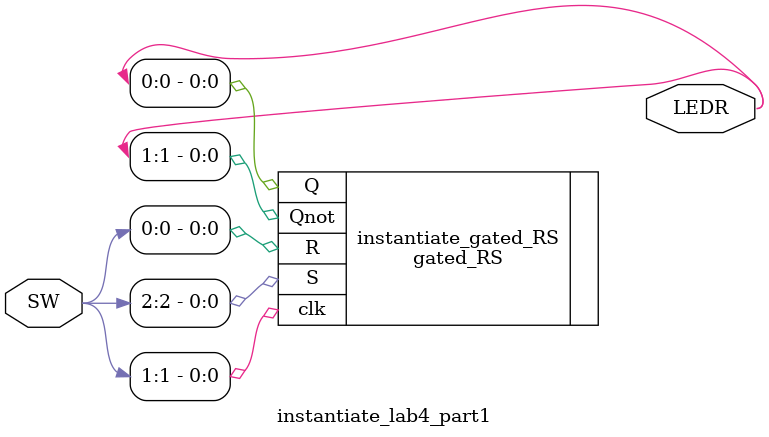
<source format=v>
module instantiate_lab4_part1(SW,LEDR);
 
	input[9:0] SW ;
	output [9:0] LEDR;
	gated_RS instantiate_gated_RS (
	.clk(SW[1]), 
	.R(SW[0]), 
	.S(SW[2]), 
	.Q(LEDR[0]), 
	.Qnot(LEDR[1]));
	
endmodule
</source>
